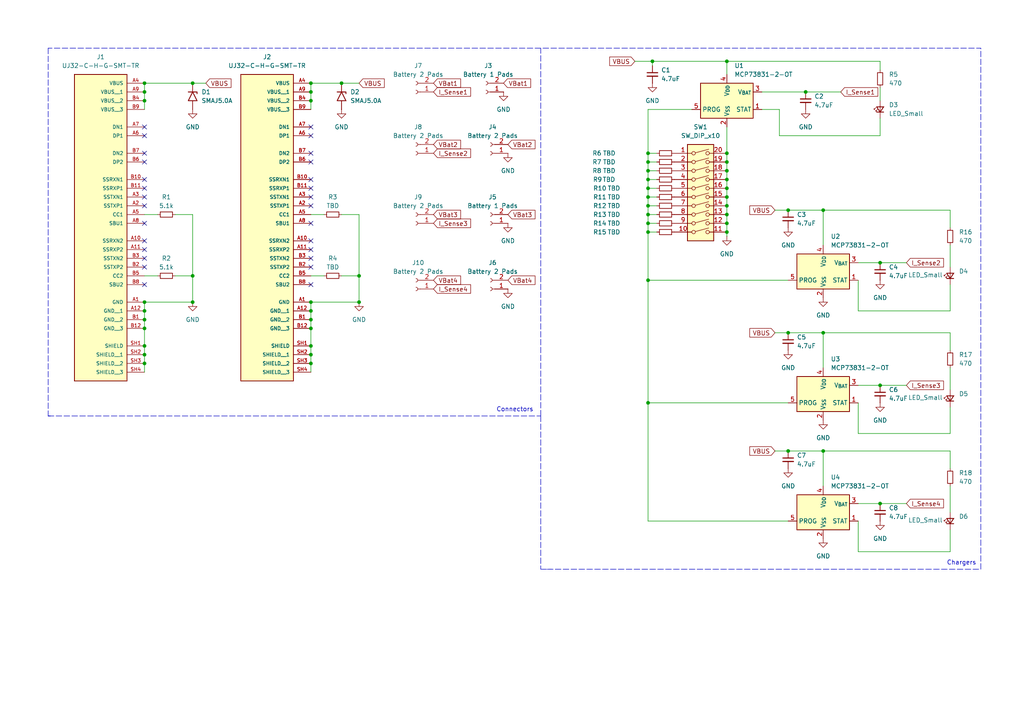
<source format=kicad_sch>
(kicad_sch (version 20231120) (generator "eeschema") (generator_version "8.0")
  (paper "A4")
  (lib_symbols
    (symbol "Battery_Management:MCP73831-2-OT"
      (property "Reference" "U" (at -7.62 6.35 0))
      (property "Value" "MCP73831-2-OT" (at 1.27 6.35 0))
      (symbol "MCP73831-2-OT_0_1"
        (rectangle (start -7.62 5.08) (end 7.62 -5.08) (stroke (width 0.254)) (fill (type background)))
      )
      (symbol "MCP73831-2-OT_1_1"
        (pin tri_state line (at 10.16 -2.54 180) (length 2.54) (name "STAT") (number "1"))
        (pin power_in line (at 0 -7.62 90) (length 2.54) (name "V_{SS}") (number "2"))
        (pin power_out line (at 10.16 2.54 180) (length 2.54) (name "V_{BAT}") (number "3"))
        (pin power_in line (at 0 7.62 270) (length 2.54) (name "V_{DD}") (number "4"))
        (pin input line (at -10.16 -2.54 0) (length 2.54) (name "PROG") (number "5"))
      )
    )
    (symbol "Connector:Conn_01x02_Socket" (pin_names (offset 1.016) hide)
      (property "Reference" "J" (at 0 2.54 0))
      (property "Value" "Conn_01x02_Socket" (at 0 -5.08 0))
      (symbol "Conn_01x02_Socket_1_1"
        (arc (start 0 -2.032) (mid -0.5058 -2.54) (end 0 -3.048) (stroke (width 0.1524)))
        (polyline (pts (xy -1.27 -2.54) (xy -0.508 -2.54)) (stroke (width 0.1524)))
        (polyline (pts (xy -1.27 0) (xy -0.508 0)) (stroke (width 0.1524)))
        (arc (start 0 0.508) (mid -0.5058 0) (end 0 -0.508) (stroke (width 0.1524)))
        (pin passive line (at -5.08 0 0) (length 3.81) (name "Pin_1") (number "1"))
        (pin passive line (at -5.08 -2.54 0) (length 3.81) (name "Pin_2") (number "2"))
      )
    )
    (symbol "Device:C_Small" (pin_numbers hide) (pin_names (offset 0.254) hide)
      (property "Reference" "C" (at 0.254 1.778 0))
      (property "Value" "C_Small" (at 0.254 -2.032 0))
      (symbol "C_Small_0_1"
        (polyline (pts (xy -1.524 -0.508) (xy 1.524 -0.508)) (stroke (width 0.3302)))
        (polyline (pts (xy -1.524 0.508) (xy 1.524 0.508)) (stroke (width 0.3048)))
      )
      (symbol "C_Small_1_1"
        (pin passive line (at 0 2.54 270) (length 2.032) (name "~") (number "1"))
        (pin passive line (at 0 -2.54 90) (length 2.032) (name "~") (number "2"))
      )
    )
    (symbol "Device:LED_Small" (pin_numbers hide) (pin_names (offset 0.254) hide)
      (property "Reference" "D" (at -1.27 3.175 0))
      (property "Value" "LED_Small" (at -4.445 -2.54 0))
      (symbol "LED_Small_0_1"
        (polyline (pts (xy -0.762 -1.016) (xy -0.762 1.016)) (stroke (width 0.254)))
        (polyline (pts (xy 1.016 0) (xy -0.762 0)))
        (polyline (pts (xy 0.762 -1.016) (xy -0.762 0) (xy 0.762 1.016) (xy 0.762 -1.016)) (stroke (width 0.254)))
        (polyline (pts (xy 0 0.762) (xy -0.508 1.27) (xy -0.254 1.27) (xy -0.508 1.27) (xy -0.508 1.016)))
        (polyline (pts (xy 0.508 1.27) (xy 0 1.778) (xy 0.254 1.778) (xy 0 1.778) (xy 0 1.524)))
      )
      (symbol "LED_Small_1_1"
        (pin passive line (at -2.54 0 0) (length 1.778) (name "K") (number "1"))
        (pin passive line (at 2.54 0 180) (length 1.778) (name "A") (number "2"))
      )
    )
    (symbol "Device:R_Small" (pin_numbers hide) (pin_names (offset 0.254) hide)
      (property "Reference" "R" (at 0.762 0.508 0))
      (property "Value" "R_Small" (at 0.762 -1.016 0))
      (symbol "R_Small_0_1"
        (rectangle (start -0.762 1.778) (end 0.762 -1.778) (stroke (width 0.2032)))
      )
      (symbol "R_Small_1_1"
        (pin passive line (at 0 2.54 270) (length 0.762) (name "~") (number "1"))
        (pin passive line (at 0 -2.54 90) (length 0.762) (name "~") (number "2"))
      )
    )
    (symbol "Diode:SMAJ5.0A" (pin_numbers hide) (pin_names (offset 1.016) hide)
      (property "Reference" "D" (at 0 2.54 0))
      (property "Value" "SMAJ5.0A" (at 0 -2.54 0))
      (symbol "SMAJ5.0A_0_1"
        (polyline (pts (xy -0.762 1.27) (xy -1.27 1.27) (xy -1.27 -1.27)) (stroke (width 0.254)))
        (polyline (pts (xy 1.27 1.27) (xy 1.27 -1.27) (xy -1.27 0) (xy 1.27 1.27)) (stroke (width 0.254)))
      )
      (symbol "SMAJ5.0A_1_1"
        (pin passive line (at -3.81 0 0) (length 2.54) (name "A1") (number "1"))
        (pin passive line (at 3.81 0 180) (length 2.54) (name "A2") (number "2"))
      )
    )
    (symbol "Switch:SW_DIP_x10" (pin_names (offset 0) hide)
      (property "Reference" "SW" (at 0 16.51 0))
      (property "Value" "SW_DIP_x10" (at 0 -13.97 0))
      (symbol "SW_DIP_x10_0_0"
        (circle (center -2.032 -10.16) (radius 0.508))
        (circle (center -2.032 -7.62) (radius 0.508))
        (circle (center -2.032 -5.08) (radius 0.508))
        (circle (center -2.032 -2.54) (radius 0.508))
        (circle (center -2.032 0) (radius 0.508))
        (circle (center -2.032 2.54) (radius 0.508))
        (circle (center -2.032 5.08) (radius 0.508))
        (circle (center -2.032 7.62) (radius 0.508))
        (circle (center -2.032 10.16) (radius 0.508))
        (circle (center -2.032 12.7) (radius 0.508))
        (polyline (pts (xy -1.524 -10.0076) (xy 2.3622 -8.9662)))
        (polyline (pts (xy -1.524 -7.4676) (xy 2.3622 -6.4262)))
        (polyline (pts (xy -1.524 -4.9276) (xy 2.3622 -3.8862)))
        (polyline (pts (xy -1.524 -2.3876) (xy 2.3622 -1.3462)))
        (polyline (pts (xy -1.524 0.127) (xy 2.3622 1.1684)))
        (polyline (pts (xy -1.524 2.667) (xy 2.3622 3.7084)))
        (polyline (pts (xy -1.524 5.207) (xy 2.3622 6.2484)))
        (polyline (pts (xy -1.524 7.747) (xy 2.3622 8.7884)))
        (polyline (pts (xy -1.524 10.287) (xy 2.3622 11.3284)))
        (polyline (pts (xy -1.524 12.827) (xy 2.3622 13.8684)))
        (circle (center 2.032 -10.16) (radius 0.508))
        (circle (center 2.032 -7.62) (radius 0.508))
        (circle (center 2.032 -5.08) (radius 0.508))
        (circle (center 2.032 -2.54) (radius 0.508))
        (circle (center 2.032 0) (radius 0.508))
        (circle (center 2.032 2.54) (radius 0.508))
        (circle (center 2.032 5.08) (radius 0.508))
        (circle (center 2.032 7.62) (radius 0.508))
        (circle (center 2.032 10.16) (radius 0.508))
        (circle (center 2.032 12.7) (radius 0.508))
      )
      (symbol "SW_DIP_x10_0_1"
        (rectangle (start -3.81 15.24) (end 3.81 -12.7) (stroke (width 0.254)) (fill (type background)))
      )
      (symbol "SW_DIP_x10_1_1"
        (pin passive line (at -7.62 12.7 0) (length 5.08) (name "~") (number "1"))
        (pin passive line (at -7.62 -10.16 0) (length 5.08) (name "~") (number "10"))
        (pin passive line (at 7.62 -10.16 180) (length 5.08) (name "~") (number "11"))
        (pin passive line (at 7.62 -7.62 180) (length 5.08) (name "~") (number "12"))
        (pin passive line (at 7.62 -5.08 180) (length 5.08) (name "~") (number "13"))
        (pin passive line (at 7.62 -2.54 180) (length 5.08) (name "~") (number "14"))
        (pin passive line (at 7.62 0 180) (length 5.08) (name "~") (number "15"))
        (pin passive line (at 7.62 2.54 180) (length 5.08) (name "~") (number "16"))
        (pin passive line (at 7.62 5.08 180) (length 5.08) (name "~") (number "17"))
        (pin passive line (at 7.62 7.62 180) (length 5.08) (name "~") (number "18"))
        (pin passive line (at 7.62 10.16 180) (length 5.08) (name "~") (number "19"))
        (pin passive line (at -7.62 10.16 0) (length 5.08) (name "~") (number "2"))
        (pin passive line (at 7.62 12.7 180) (length 5.08) (name "~") (number "20"))
        (pin passive line (at -7.62 7.62 0) (length 5.08) (name "~") (number "3"))
        (pin passive line (at -7.62 5.08 0) (length 5.08) (name "~") (number "4"))
        (pin passive line (at -7.62 2.54 0) (length 5.08) (name "~") (number "5"))
        (pin passive line (at -7.62 0 0) (length 5.08) (name "~") (number "6"))
        (pin passive line (at -7.62 -2.54 0) (length 5.08) (name "~") (number "7"))
        (pin passive line (at -7.62 -5.08 0) (length 5.08) (name "~") (number "8"))
        (pin passive line (at -7.62 -7.62 0) (length 5.08) (name "~") (number "9"))
      )
    )
    (symbol "UJ32-C-H-G-SMT-TR:UJ32-C-H-G-SMT-TR" (pin_names (offset 1.016))
      (property "Reference" "J" (at -7.62 33.782 0))
      (property "Value" "UJ32-C-H-G-SMT-TR" (at -7.62 -56.642 0))
      (symbol "UJ32-C-H-G-SMT-TR_0_0"
        (rectangle (start -7.62 -55.88) (end 7.62 33.02) (stroke (width 0.254)) (fill (type background)))
        (pin power_in line (at 12.7 -33.02 180) (length 5.08) (name "GND") (number "A1"))
        (pin bidirectional line (at 12.7 -15.24 180) (length 5.08) (name "SSRXN2") (number "A10"))
        (pin bidirectional line (at 12.7 -17.78 180) (length 5.08) (name "SSRXP2") (number "A11"))
        (pin power_in line (at 12.7 -35.56 180) (length 5.08) (name "GND__1") (number "A12"))
        (pin bidirectional line (at 12.7 -5.08 180) (length 5.08) (name "SSTXP1") (number "A2"))
        (pin bidirectional line (at 12.7 -2.54 180) (length 5.08) (name "SSTXN1") (number "A3"))
        (pin power_in line (at 12.7 30.48 180) (length 5.08) (name "VBUS") (number "A4"))
        (pin bidirectional line (at 12.7 -7.62 180) (length 5.08) (name "CC1") (number "A5"))
        (pin bidirectional line (at 12.7 15.24 180) (length 5.08) (name "DP1") (number "A6"))
        (pin bidirectional line (at 12.7 17.78 180) (length 5.08) (name "DN1") (number "A7"))
        (pin bidirectional line (at 12.7 -10.16 180) (length 5.08) (name "SBU1") (number "A8"))
        (pin power_in line (at 12.7 27.94 180) (length 5.08) (name "VBUS__1") (number "A9"))
        (pin power_in line (at 12.7 -38.1 180) (length 5.08) (name "GND__2") (number "B1"))
        (pin bidirectional line (at 12.7 2.54 180) (length 5.08) (name "SSRXN1") (number "B10"))
        (pin bidirectional line (at 12.7 0 180) (length 5.08) (name "SSRXP1") (number "B11"))
        (pin power_in line (at 12.7 -40.64 180) (length 5.08) (name "GND__3") (number "B12"))
        (pin bidirectional line (at 12.7 -22.86 180) (length 5.08) (name "SSTXP2") (number "B2"))
        (pin bidirectional line (at 12.7 -20.32 180) (length 5.08) (name "SSTXN2") (number "B3"))
        (pin power_in line (at 12.7 25.4 180) (length 5.08) (name "VBUS__2") (number "B4"))
        (pin bidirectional line (at 12.7 -25.4 180) (length 5.08) (name "CC2") (number "B5"))
        (pin bidirectional line (at 12.7 7.62 180) (length 5.08) (name "DP2") (number "B6"))
        (pin bidirectional line (at 12.7 10.16 180) (length 5.08) (name "DN2") (number "B7"))
        (pin bidirectional line (at 12.7 -27.94 180) (length 5.08) (name "SBU2") (number "B8"))
        (pin power_in line (at 12.7 22.86 180) (length 5.08) (name "VBUS__3") (number "B9"))
        (pin passive line (at 12.7 -45.72 180) (length 5.08) (name "SHIELD") (number "SH1"))
        (pin passive line (at 12.7 -48.26 180) (length 5.08) (name "SHIELD__1") (number "SH2"))
        (pin passive line (at 12.7 -50.8 180) (length 5.08) (name "SHIELD__2") (number "SH3"))
        (pin passive line (at 12.7 -53.34 180) (length 5.08) (name "SHIELD__3") (number "SH4"))
      )
    )
    (symbol "power:GND" (power) (pin_numbers hide) (pin_names (offset 0) hide)
      (property "Value" "GND" (at 0 -3.81 0))
      (symbol "GND_0_1"
        (polyline (pts (xy 0 0) (xy 0 -1.27) (xy 1.27 -1.27) (xy 0 -2.54) (xy -1.27 -1.27) (xy 0 -1.27)))
      )
      (symbol "GND_1_1"
        (pin power_in line (at 0 0 270) (length 0) (name "~") (number "1"))
      )
    )
  )
  (junction (at 187.96 49.53))
  (junction (at 90.17 87.63))
  (junction (at 210.82 17.78))
  (junction (at 41.91 92.71))
  (junction (at 90.17 26.67))
  (junction (at 41.91 26.67))
  (junction (at 187.96 46.99))
  (junction (at 187.96 116.84))
  (junction (at 104.14 80.01))
  (junction (at 99.06 24.13))
  (junction (at 210.82 46.99))
  (junction (at 90.17 105.41))
  (junction (at 104.14 87.63))
  (junction (at 41.91 105.41))
  (junction (at 41.91 87.63))
  (junction (at 187.96 44.45))
  (junction (at 210.82 57.15))
  (junction (at 238.76 130.81))
  (junction (at 210.82 54.61))
  (junction (at 55.88 24.13))
  (junction (at 187.96 64.77))
  (junction (at 210.82 67.31))
  (junction (at 90.17 100.33))
  (junction (at 41.91 100.33))
  (junction (at 90.17 24.13))
  (junction (at 187.96 67.31))
  (junction (at 233.68 26.67))
  (junction (at 238.76 60.96))
  (junction (at 228.6 96.52))
  (junction (at 255.27 146.05))
  (junction (at 41.91 24.13))
  (junction (at 55.88 87.63))
  (junction (at 187.96 81.28))
  (junction (at 228.6 130.81))
  (junction (at 210.82 44.45))
  (junction (at 255.27 76.2))
  (junction (at 90.17 95.25))
  (junction (at 210.82 62.23))
  (junction (at 55.88 80.01))
  (junction (at 41.91 29.21))
  (junction (at 189.23 17.78))
  (junction (at 41.91 102.87))
  (junction (at 90.17 92.71))
  (junction (at 41.91 90.17))
  (junction (at 210.82 64.77))
  (junction (at 90.17 29.21))
  (junction (at 210.82 52.07))
  (junction (at 90.17 90.17))
  (junction (at 187.96 59.69))
  (junction (at 238.76 96.52))
  (junction (at 187.96 52.07))
  (junction (at 255.27 111.76))
  (junction (at 210.82 49.53))
  (junction (at 187.96 62.23))
  (junction (at 187.96 57.15))
  (junction (at 41.91 95.25))
  (junction (at 90.17 102.87))
  (junction (at 210.82 59.69))
  (junction (at 228.6 60.96))
  (junction (at 187.96 54.61))
  (no_connect (at 41.91 74.93))
  (no_connect (at 41.91 52.07))
  (no_connect (at 41.91 64.77))
  (no_connect (at 90.17 74.93))
  (no_connect (at 90.17 46.99))
  (no_connect (at 90.17 44.45))
  (no_connect (at 41.91 77.47))
  (no_connect (at 90.17 54.61))
  (no_connect (at 90.17 64.77))
  (no_connect (at 90.17 36.83))
  (no_connect (at 41.91 44.45))
  (no_connect (at 90.17 82.55))
  (no_connect (at 90.17 69.85))
  (no_connect (at 90.17 77.47))
  (no_connect (at 41.91 36.83))
  (no_connect (at 41.91 46.99))
  (no_connect (at 41.91 59.69))
  (no_connect (at 41.91 54.61))
  (no_connect (at 90.17 59.69))
  (no_connect (at 90.17 72.39))
  (no_connect (at 41.91 69.85))
  (no_connect (at 90.17 52.07))
  (no_connect (at 90.17 57.15))
  (no_connect (at 41.91 39.37))
  (no_connect (at 41.91 72.39))
  (no_connect (at 90.17 39.37))
  (no_connect (at 41.91 57.15))
  (no_connect (at 41.91 82.55))
  (wire (pts (xy 187.96 46.99) (xy 190.5 46.99)))
  (wire (pts (xy 228.6 130.81) (xy 238.76 130.81)))
  (wire (pts (xy 233.68 26.67) (xy 243.84 26.67)))
  (wire (pts (xy 90.17 90.17) (xy 90.17 92.71)))
  (polyline (pts (xy 13.97 13.97) (xy 13.97 120.65)) (stroke (width 0) (type dash)))
  (wire (pts (xy 210.82 62.23) (xy 210.82 64.77)))
  (wire (pts (xy 187.96 49.53) (xy 190.5 49.53)))
  (wire (pts (xy 255.27 76.2) (xy 262.89 76.2)))
  (wire (pts (xy 228.6 96.52) (xy 238.76 96.52)))
  (wire (pts (xy 220.98 26.67) (xy 233.68 26.67)))
  (wire (pts (xy 90.17 87.63) (xy 90.17 90.17)))
  (wire (pts (xy 41.91 100.33) (xy 41.91 102.87)))
  (wire (pts (xy 224.79 130.81) (xy 228.6 130.81)))
  (wire (pts (xy 228.6 60.96) (xy 238.76 60.96)))
  (wire (pts (xy 41.91 24.13) (xy 55.88 24.13)))
  (wire (pts (xy 41.91 26.67) (xy 41.91 29.21)))
  (wire (pts (xy 226.06 39.37) (xy 255.27 39.37)))
  (wire (pts (xy 248.92 146.05) (xy 255.27 146.05)))
  (wire (pts (xy 220.98 31.75) (xy 226.06 31.75)))
  (wire (pts (xy 41.91 105.41) (xy 41.91 107.95)))
  (wire (pts (xy 104.14 80.01) (xy 99.06 80.01)))
  (wire (pts (xy 90.17 102.87) (xy 90.17 105.41)))
  (wire (pts (xy 55.88 24.13) (xy 59.69 24.13)))
  (wire (pts (xy 187.96 46.99) (xy 187.96 49.53)))
  (wire (pts (xy 275.59 135.89) (xy 275.59 130.81)))
  (wire (pts (xy 55.88 80.01) (xy 55.88 87.63)))
  (wire (pts (xy 187.96 57.15) (xy 187.96 59.69)))
  (wire (pts (xy 55.88 62.23) (xy 55.88 80.01)))
  (wire (pts (xy 187.96 116.84) (xy 187.96 81.28)))
  (wire (pts (xy 90.17 87.63) (xy 104.14 87.63)))
  (wire (pts (xy 187.96 31.75) (xy 200.66 31.75)))
  (wire (pts (xy 238.76 140.97) (xy 238.76 130.81)))
  (wire (pts (xy 238.76 106.68) (xy 238.76 96.52)))
  (wire (pts (xy 228.6 151.13) (xy 187.96 151.13)))
  (wire (pts (xy 187.96 151.13) (xy 187.96 116.84)))
  (wire (pts (xy 275.59 60.96) (xy 238.76 60.96)))
  (wire (pts (xy 275.59 82.55) (xy 275.59 90.17)))
  (wire (pts (xy 99.06 62.23) (xy 104.14 62.23)))
  (polyline (pts (xy 13.97 120.65) (xy 156.845 120.65)) (stroke (width 0) (type dash)))
  (wire (pts (xy 255.27 111.76) (xy 262.89 111.76)))
  (wire (pts (xy 228.6 116.84) (xy 187.96 116.84)))
  (wire (pts (xy 248.92 125.73) (xy 275.59 125.73)))
  (wire (pts (xy 228.6 81.28) (xy 187.96 81.28)))
  (wire (pts (xy 210.82 49.53) (xy 210.82 52.07)))
  (polyline (pts (xy 156.845 120.65) (xy 156.845 13.97)) (stroke (width 0) (type dash)))
  (wire (pts (xy 189.23 17.78) (xy 189.23 19.05)))
  (wire (pts (xy 248.92 116.84) (xy 248.92 125.73)))
  (wire (pts (xy 187.96 64.77) (xy 187.96 67.31)))
  (wire (pts (xy 90.17 29.21) (xy 90.17 31.75)))
  (wire (pts (xy 210.82 17.78) (xy 210.82 21.59)))
  (wire (pts (xy 41.91 90.17) (xy 41.91 92.71)))
  (wire (pts (xy 255.27 17.78) (xy 210.82 17.78)))
  (wire (pts (xy 187.96 31.75) (xy 187.96 44.45)))
  (polyline (pts (xy 157.48 13.97) (xy 284.48 13.97)) (stroke (width 0) (type dash)))
  (wire (pts (xy 226.06 31.75) (xy 226.06 39.37)))
  (wire (pts (xy 275.59 71.12) (xy 275.59 77.47)))
  (wire (pts (xy 187.96 64.77) (xy 190.5 64.77)))
  (wire (pts (xy 90.17 105.41) (xy 90.17 107.95)))
  (polyline (pts (xy 156.845 13.97) (xy 13.97 13.97)) (stroke (width 0) (type dash)))
  (wire (pts (xy 41.91 29.21) (xy 41.91 31.75)))
  (wire (pts (xy 90.17 100.33) (xy 90.17 102.87)))
  (wire (pts (xy 41.91 24.13) (xy 41.91 26.67)))
  (wire (pts (xy 90.17 95.25) (xy 90.17 100.33)))
  (wire (pts (xy 210.82 54.61) (xy 210.82 57.15)))
  (wire (pts (xy 90.17 26.67) (xy 90.17 29.21)))
  (wire (pts (xy 187.96 52.07) (xy 187.96 54.61)))
  (wire (pts (xy 90.17 24.13) (xy 99.06 24.13)))
  (wire (pts (xy 41.91 95.25) (xy 41.91 100.33)))
  (polyline (pts (xy 158.75 165.1) (xy 283.845 165.1)) (stroke (width 0) (type dash)))
  (wire (pts (xy 210.82 46.99) (xy 210.82 49.53)))
  (wire (pts (xy 248.92 111.76) (xy 255.27 111.76)))
  (wire (pts (xy 275.59 140.97) (xy 275.59 148.59)))
  (wire (pts (xy 104.14 87.63) (xy 104.14 80.01)))
  (wire (pts (xy 210.82 52.07) (xy 210.82 54.61)))
  (wire (pts (xy 104.14 62.23) (xy 104.14 80.01)))
  (wire (pts (xy 275.59 153.67) (xy 275.59 160.02)))
  (wire (pts (xy 187.96 59.69) (xy 187.96 62.23)))
  (wire (pts (xy 275.59 96.52) (xy 238.76 96.52)))
  (wire (pts (xy 255.27 20.32) (xy 255.27 17.78)))
  (wire (pts (xy 210.82 57.15) (xy 210.82 59.69)))
  (polyline (pts (xy 156.845 120.65) (xy 156.845 165.1)) (stroke (width 0) (type dash)))
  (wire (pts (xy 210.82 64.77) (xy 210.82 67.31)))
  (wire (pts (xy 210.82 44.45) (xy 210.82 46.99)))
  (wire (pts (xy 41.91 92.71) (xy 41.91 95.25)))
  (wire (pts (xy 41.91 62.23) (xy 45.72 62.23)))
  (wire (pts (xy 238.76 71.12) (xy 238.76 60.96)))
  (wire (pts (xy 187.96 44.45) (xy 187.96 46.99)))
  (wire (pts (xy 50.8 80.01) (xy 55.88 80.01)))
  (polyline (pts (xy 13.97 120.65) (xy 14.605 120.65)))
  (wire (pts (xy 210.82 36.83) (xy 210.82 44.45)))
  (wire (pts (xy 187.96 44.45) (xy 190.5 44.45)))
  (wire (pts (xy 248.92 151.13) (xy 248.92 160.02)))
  (wire (pts (xy 275.59 130.81) (xy 238.76 130.81)))
  (wire (pts (xy 50.8 62.23) (xy 55.88 62.23)))
  (wire (pts (xy 41.91 80.01) (xy 45.72 80.01)))
  (wire (pts (xy 187.96 67.31) (xy 190.5 67.31)))
  (polyline (pts (xy 156.845 165.1) (xy 160.02 165.1)) (stroke (width 0) (type dash)))
  (wire (pts (xy 275.59 66.04) (xy 275.59 60.96)))
  (wire (pts (xy 248.92 76.2) (xy 255.27 76.2)))
  (wire (pts (xy 187.96 81.28) (xy 187.96 67.31)))
  (wire (pts (xy 275.59 118.11) (xy 275.59 125.73)))
  (wire (pts (xy 90.17 80.01) (xy 93.98 80.01)))
  (wire (pts (xy 189.23 17.78) (xy 210.82 17.78)))
  (wire (pts (xy 187.96 57.15) (xy 190.5 57.15)))
  (wire (pts (xy 90.17 62.23) (xy 93.98 62.23)))
  (wire (pts (xy 187.96 62.23) (xy 187.96 64.77)))
  (wire (pts (xy 255.27 39.37) (xy 255.27 34.29)))
  (wire (pts (xy 224.79 60.96) (xy 228.6 60.96)))
  (wire (pts (xy 210.82 67.31) (xy 210.82 68.58)))
  (wire (pts (xy 90.17 92.71) (xy 90.17 95.25)))
  (wire (pts (xy 41.91 87.63) (xy 55.88 87.63)))
  (wire (pts (xy 275.59 101.6) (xy 275.59 96.52)))
  (wire (pts (xy 187.96 59.69) (xy 190.5 59.69)))
  (wire (pts (xy 99.06 24.13) (xy 104.14 24.13)))
  (wire (pts (xy 41.91 87.63) (xy 41.91 90.17)))
  (wire (pts (xy 187.96 49.53) (xy 187.96 52.07)))
  (wire (pts (xy 90.17 24.13) (xy 90.17 26.67)))
  (wire (pts (xy 255.27 146.05) (xy 262.89 146.05)))
  (wire (pts (xy 210.82 59.69) (xy 210.82 62.23)))
  (wire (pts (xy 275.59 106.68) (xy 275.59 113.03)))
  (wire (pts (xy 187.96 54.61) (xy 190.5 54.61)))
  (wire (pts (xy 248.92 81.28) (xy 248.92 90.17)))
  (polyline (pts (xy 284.48 165.1) (xy 284.48 13.97)) (stroke (width 0) (type dash)))
  (wire (pts (xy 41.91 102.87) (xy 41.91 105.41)))
  (wire (pts (xy 187.96 54.61) (xy 187.96 57.15)))
  (wire (pts (xy 187.96 62.23) (xy 190.5 62.23)))
  (wire (pts (xy 187.96 52.07) (xy 190.5 52.07)))
  (wire (pts (xy 248.92 160.02) (xy 275.59 160.02)))
  (wire (pts (xy 255.27 25.4) (xy 255.27 29.21)))
  (wire (pts (xy 248.92 90.17) (xy 275.59 90.17)))
  (wire (pts (xy 224.79 96.52) (xy 228.6 96.52)))
  (wire (pts (xy 184.15 17.78) (xy 189.23 17.78)))
  (text "Chargers\n" (at 278.892 163.322 0) (effects (font (size 1.27 1.27))))
  (text "Connectors\n" (at 149.352 118.872 0) (effects (font (size 1.27 1.27))))
  (global_label "I_Sense2" (shape input) (at 125.73 44.45 0) (property "Intersheetrefs" "${INTERSHEET_REFS}" (effects (hide yes))))
  (global_label "VBUS" (shape input) (at 104.14 24.13 0) (property "Intersheetrefs" "${INTERSHEET_REFS}" (effects (hide yes))))
  (global_label "VBUS" (shape input) (at 59.69 24.13 0) (property "Intersheetrefs" "${INTERSHEET_REFS}" (effects (hide yes))))
  (global_label "I_Sense3" (shape input) (at 262.89 111.76 0) (property "Intersheetrefs" "${INTERSHEET_REFS}" (effects (hide yes))))
  (global_label "I_Sense4" (shape input) (at 125.73 83.82 0) (property "Intersheetrefs" "${INTERSHEET_REFS}" (effects (hide yes))))
  (global_label "VBat1" (shape input) (at 146.05 24.13 0) (property "Intersheetrefs" "${INTERSHEET_REFS}" (effects (hide yes))))
  (global_label "I_Sense1" (shape input) (at 125.73 26.67 0) (property "Intersheetrefs" "${INTERSHEET_REFS}" (effects (hide yes))))
  (global_label "VBat4" (shape input) (at 147.32 81.28 0) (property "Intersheetrefs" "${INTERSHEET_REFS}" (effects (hide yes))))
  (global_label "VBUS" (shape input) (at 224.79 96.52 180) (property "Intersheetrefs" "${INTERSHEET_REFS}" (effects (hide yes))))
  (global_label "VBat3" (shape input) (at 125.73 62.23 0) (property "Intersheetrefs" "${INTERSHEET_REFS}" (effects (hide yes))))
  (global_label "I_Sense3" (shape input) (at 125.73 64.77 0) (property "Intersheetrefs" "${INTERSHEET_REFS}" (effects (hide yes))))
  (global_label "VBat4" (shape input) (at 125.73 81.28 0) (property "Intersheetrefs" "${INTERSHEET_REFS}" (effects (hide yes))))
  (global_label "VBUS" (shape input) (at 224.79 130.81 180) (property "Intersheetrefs" "${INTERSHEET_REFS}" (effects (hide yes))))
  (global_label "VBat1" (shape input) (at 125.73 24.13 0) (property "Intersheetrefs" "${INTERSHEET_REFS}" (effects (hide yes))))
  (global_label "I_Sense1" (shape input) (at 243.84 26.67 0) (property "Intersheetrefs" "${INTERSHEET_REFS}" (effects (hide yes))))
  (global_label "I_Sense4" (shape input) (at 262.89 146.05 0) (property "Intersheetrefs" "${INTERSHEET_REFS}" (effects (hide yes))))
  (global_label "I_Sense2" (shape input) (at 262.89 76.2 0) (property "Intersheetrefs" "${INTERSHEET_REFS}" (effects (hide yes))))
  (global_label "VBat3" (shape input) (at 147.32 62.23 0) (property "Intersheetrefs" "${INTERSHEET_REFS}" (effects (hide yes))))
  (global_label "VBUS" (shape input) (at 224.79 60.96 180) (property "Intersheetrefs" "${INTERSHEET_REFS}" (effects (hide yes))))
  (global_label "VBat2" (shape input) (at 147.32 41.91 0) (property "Intersheetrefs" "${INTERSHEET_REFS}" (effects (hide yes))))
  (global_label "VBat2" (shape input) (at 125.73 41.91 0) (property "Intersheetrefs" "${INTERSHEET_REFS}" (effects (hide yes))))
  (global_label "VBUS" (shape input) (at 184.15 17.78 180) (property "Intersheetrefs" "${INTERSHEET_REFS}" (effects (hide yes))))
  (symbol (lib_id "power:GND") (at 228.6 66.04 0) (unit 1)
    (property "Reference" "#PWR010" (effects (hide yes)))
    (property "Value" "GND" (at 228.6 71.12 0))
    (property "Description" "Power symbol creates a global label with name \"GND\" , ground" (effects (hide yes)))
  )
  (symbol (lib_id "Device:R_Small") (at 193.04 44.45 270) (unit 1)
    (property "Reference" "R6" (at 174.498 44.45 90) (effects (justify right)))
    (property "Value" "TBD" (at 178.562 44.45 90) (effects (justify right)))
    (property "Footprint" "Resistor_SMD:R_0402_1005Metric" (effects (hide yes)))
    (property "Description" "Resistor, small symbol" (effects (hide yes)))
  )
  (symbol (lib_id "power:GND") (at 255.27 81.28 0) (unit 1)
    (property "Reference" "#PWR012" (effects (hide yes)))
    (property "Value" "GND" (at 255.27 86.36 0))
    (property "Description" "Power symbol creates a global label with name \"GND\" , ground" (effects (hide yes)))
  )
  (symbol (lib_id "Device:R_Small") (at 275.59 138.43 180) (unit 1)
    (property "Reference" "R18" (at 278.13 137.1599 0) (effects (justify right)))
    (property "Value" "470" (at 278.13 139.6999 0) (effects (justify right)))
    (property "Footprint" "Resistor_SMD:R_0402_1005Metric" (effects (hide yes)))
    (property "Description" "Resistor, small symbol" (effects (hide yes)))
  )
  (symbol (lib_id "Device:R_Small") (at 193.04 57.15 270) (unit 1)
    (property "Reference" "R11" (at 173.99 57.15 90))
    (property "Value" "TBD" (at 178.054 57.15 90))
    (property "Footprint" "Resistor_SMD:R_0402_1005Metric" (effects (hide yes)))
    (property "Description" "Resistor, small symbol" (effects (hide yes)))
  )
  (symbol (lib_id "UJ32-C-H-G-SMT-TR:UJ32-C-H-G-SMT-TR") (at 77.47 54.61 0) (unit 1)
    (property "Reference" "J2" (at 77.47 16.51 0))
    (property "Value" "UJ32-C-H-G-SMT-TR" (at 77.47 19.05 0))
    (property "Footprint" "Footprints:CUI_UJ32-C-H-G-SMT-TR" (effects (hide yes)))
    (property "PARTREV" "1.01" (effects (hide yes)))
    (property "STANDARD" "Manufacturer Recommendations" (effects (hide yes)))
    (property "SNAPEDA_PN" "UJ32-C-H-G-SMT-TR" (effects (hide yes)))
    (property "MAXIMUM_PACKAGE_HEIGHT" "3.71mm" (effects (hide yes)))
    (property "MANUFACTURER" "CUI Devices" (effects (hide yes)))
  )
  (symbol (lib_id "power:GND") (at 233.68 31.75 0) (unit 1)
    (property "Reference" "#PWR06" (effects (hide yes)))
    (property "Value" "GND" (at 233.68 36.83 0))
    (property "Description" "Power symbol creates a global label with name \"GND\" , ground" (effects (hide yes)))
  )
  (symbol (lib_id "Device:R_Small") (at 193.04 59.69 270) (unit 1)
    (property "Reference" "R12" (at 173.99 59.69 90))
    (property "Value" "TBD" (at 178.054 59.69 90))
    (property "Footprint" "Resistor_SMD:R_0402_1005Metric" (effects (hide yes)))
    (property "Description" "Resistor, small symbol" (effects (hide yes)))
  )
  (symbol (lib_id "Device:R_Small") (at 275.59 104.14 180) (unit 1)
    (property "Reference" "R17" (at 278.13 102.8699 0) (effects (justify right)))
    (property "Value" "470" (at 278.13 105.4099 0) (effects (justify right)))
    (property "Footprint" "Resistor_SMD:R_0402_1005Metric" (effects (hide yes)))
    (property "Description" "Resistor, small symbol" (effects (hide yes)))
  )
  (symbol (lib_id "Switch:SW_DIP_x10") (at 203.2 57.15 0) (unit 1)
    (property "Reference" "SW1" (at 203.2 36.83 0))
    (property "Value" "SW_DIP_x10" (at 203.2 39.37 0))
    (property "Footprint" "Button_Switch_SMD:SW_DIP_SPSTx10_Slide_6.7x26.96mm_W6.73mm_P2.54mm_LowProfile_JPin" (effects (hide yes)))
    (property "Description" "10x DIP Switch, Single Pole Single Throw (SPST) switch, small symbol" (effects (hide yes)))
  )
  (symbol (lib_id "Device:LED_Small") (at 275.59 115.57 90) (unit 1)
    (property "Reference" "D5" (at 278.13 114.2364 90) (effects (justify right)))
    (property "Value" "LED_Small" (at 263.398 115.316 90) (effects (justify right)))
    (property "Footprint" "LED_SMD:LED_0402_1005Metric" (effects (hide yes)))
    (property "Description" "Light emitting diode, small symbol" (effects (hide yes)))
  )
  (symbol (lib_id "Device:R_Small") (at 193.04 67.31 270) (unit 1)
    (property "Reference" "R15" (at 173.99 67.31 90))
    (property "Value" "TBD" (at 178.054 67.31 90))
    (property "Footprint" "Resistor_SMD:R_0402_1005Metric" (effects (hide yes)))
    (property "Description" "Resistor, small symbol" (effects (hide yes)))
  )
  (symbol (lib_id "Connector:Conn_01x02_Socket") (at 120.65 44.45 180) (unit 1)
    (property "Reference" "J8" (at 121.285 36.83 0))
    (property "Value" "Battery 2 Pads" (at 121.285 39.37 0))
    (property "Footprint" "Connector_PinHeader_2.54mm:PinHeader_1x02_P2.54mm_Vertical" (effects (hide yes)))
    (property "Description" "Generic connector, single row, 01x02, script generated" (effects (hide yes)))
  )
  (symbol (lib_id "power:GND") (at 228.6 135.89 0) (unit 1)
    (property "Reference" "#PWR016" (effects (hide yes)))
    (property "Value" "GND" (at 228.6 140.97 0))
    (property "Description" "Power symbol creates a global label with name \"GND\" , ground" (effects (hide yes)))
  )
  (symbol (lib_id "power:GND") (at 210.82 68.58 0) (unit 1)
    (property "Reference" "#PWR07" (effects (hide yes)))
    (property "Value" "GND" (at 210.82 73.66 0))
    (property "Description" "Power symbol creates a global label with name \"GND\" , ground" (effects (hide yes)))
  )
  (symbol (lib_id "Device:R_Small") (at 275.59 68.58 180) (unit 1)
    (property "Reference" "R16" (at 278.13 67.3099 0) (effects (justify right)))
    (property "Value" "470" (at 278.13 69.8499 0) (effects (justify right)))
    (property "Footprint" "Resistor_SMD:R_0402_1005Metric" (effects (hide yes)))
    (property "Description" "Resistor, small symbol" (effects (hide yes)))
  )
  (symbol (lib_id "Device:R_Small") (at 193.04 52.07 270) (unit 1)
    (property "Reference" "R9" (at 171.958 52.07 90) (effects (justify left)))
    (property "Value" "TBD" (at 174.752 52.07 90) (effects (justify left)))
    (property "Footprint" "Resistor_SMD:R_0402_1005Metric" (effects (hide yes)))
    (property "Description" "Resistor, small symbol" (effects (hide yes)))
  )
  (symbol (lib_id "Device:C_Small") (at 228.6 133.35 0) (unit 1)
    (property "Reference" "C7" (at 231.14 132.0862 0) (effects (justify left)))
    (property "Value" "4.7uF" (at 231.14 134.6262 0) (effects (justify left)))
    (property "Footprint" "Capacitor_SMD:C_0402_1005Metric" (effects (hide yes)))
    (property "Description" "Unpolarized capacitor, small symbol" (effects (hide yes)))
  )
  (symbol (lib_id "UJ32-C-H-G-SMT-TR:UJ32-C-H-G-SMT-TR") (at 29.21 54.61 0) (unit 1)
    (property "Reference" "J1" (at 29.21 16.51 0))
    (property "Value" "UJ32-C-H-G-SMT-TR" (at 29.21 19.05 0))
    (property "Footprint" "Footprints:CUI_UJ32-C-H-G-SMT-TR" (effects (hide yes)))
    (property "PARTREV" "1.01" (effects (hide yes)))
    (property "STANDARD" "Manufacturer Recommendations" (effects (hide yes)))
    (property "SNAPEDA_PN" "UJ32-C-H-G-SMT-TR" (effects (hide yes)))
    (property "MAXIMUM_PACKAGE_HEIGHT" "3.71mm" (effects (hide yes)))
    (property "MANUFACTURER" "CUI Devices" (effects (hide yes)))
  )
  (symbol (lib_id "Device:C_Small") (at 255.27 114.3 0) (unit 1)
    (property "Reference" "C6" (at 257.81 113.0362 0) (effects (justify left)))
    (property "Value" "4.7uF" (at 257.81 115.5762 0) (effects (justify left)))
    (property "Footprint" "Capacitor_SMD:C_0402_1005Metric" (effects (hide yes)))
    (property "Description" "Unpolarized capacitor, small symbol" (effects (hide yes)))
  )
  (symbol (lib_id "power:GND") (at 99.06 31.75 0) (unit 1)
    (property "Reference" "#PWR03" (effects (hide yes)))
    (property "Value" "GND" (at 99.06 36.83 0))
    (property "Description" "Power symbol creates a global label with name \"GND\" , ground" (effects (hide yes)))
  )
  (symbol (lib_id "power:GND") (at 146.05 26.67 0) (unit 1)
    (property "Reference" "#PWR08" (effects (hide yes)))
    (property "Value" "GND" (at 146.05 31.75 0))
    (property "Description" "Power symbol creates a global label with name \"GND\" , ground" (effects (hide yes)))
  )
  (symbol (lib_id "power:GND") (at 189.23 24.13 0) (unit 1)
    (property "Reference" "#PWR05" (effects (hide yes)))
    (property "Value" "GND" (at 189.23 29.21 0))
    (property "Description" "Power symbol creates a global label with name \"GND\" , ground" (effects (hide yes)))
  )
  (symbol (lib_id "power:GND") (at 104.14 87.63 0) (unit 1)
    (property "Reference" "#PWR04" (effects (hide yes)))
    (property "Value" "GND" (at 104.14 92.71 0))
    (property "Description" "Power symbol creates a global label with name \"GND\" , ground" (effects (hide yes)))
  )
  (symbol (lib_id "power:GND") (at 147.32 64.77 0) (unit 1)
    (property "Reference" "#PWR019" (effects (hide yes)))
    (property "Value" "GND" (at 147.32 69.85 0))
    (property "Description" "Power symbol creates a global label with name \"GND\" , ground" (effects (hide yes)))
  )
  (symbol (lib_id "power:GND") (at 55.88 87.63 0) (unit 1)
    (property "Reference" "#PWR02" (effects (hide yes)))
    (property "Value" "GND" (at 55.88 92.71 0))
    (property "Description" "Power symbol creates a global label with name \"GND\" , ground" (effects (hide yes)))
  )
  (symbol (lib_id "Battery_Management:MCP73831-2-OT") (at 238.76 114.3 0) (unit 1)
    (property "Reference" "U3" (at 240.9541 104.14 0) (effects (justify left)))
    (property "Value" "MCP73831-2-OT" (at 240.9541 106.68 0) (effects (justify left)))
    (property "Footprint" "Package_TO_SOT_SMD:SOT-23-5" (effects (hide yes)))
    (property "Datasheet" "http://ww1.microchip.com/downloads/en/DeviceDoc/20001984g.pdf" (effects (hide yes)))
    (property "Description" "Single cell, Li-Ion/Li-Po charge management controller, 4.20V, Tri-State Status Output, in SOT23-5 package" (effects (hide yes)))
  )
  (symbol (lib_id "Device:R_Small") (at 193.04 54.61 270) (unit 1)
    (property "Reference" "R10" (at 173.99 54.61 90))
    (property "Value" "TBD" (at 178.054 54.61 90))
    (property "Footprint" "Resistor_SMD:R_0402_1005Metric" (effects (hide yes)))
    (property "Description" "Resistor, small symbol" (effects (hide yes)))
  )
  (symbol (lib_id "Device:R_Small") (at 193.04 49.53 270) (unit 1)
    (property "Reference" "R8" (at 174.498 49.53 90) (effects (justify right)))
    (property "Value" "TBD" (at 178.562 49.53 90) (effects (justify right)))
    (property "Footprint" "Resistor_SMD:R_0402_1005Metric" (effects (hide yes)))
    (property "Description" "Resistor, small symbol" (effects (hide yes)))
  )
  (symbol (lib_id "Device:C_Small") (at 228.6 63.5 0) (unit 1)
    (property "Reference" "C3" (at 231.14 62.2362 0) (effects (justify left)))
    (property "Value" "4.7uF" (at 231.14 64.7762 0) (effects (justify left)))
    (property "Footprint" "Capacitor_SMD:C_0402_1005Metric" (effects (hide yes)))
    (property "Description" "Unpolarized capacitor, small symbol" (effects (hide yes)))
  )
  (symbol (lib_id "Battery_Management:MCP73831-2-OT") (at 238.76 78.74 0) (unit 1)
    (property "Reference" "U2" (at 240.9541 68.58 0) (effects (justify left)))
    (property "Value" "MCP73831-2-OT" (at 240.9541 71.12 0) (effects (justify left)))
    (property "Footprint" "Package_TO_SOT_SMD:SOT-23-5" (effects (hide yes)))
    (property "Datasheet" "http://ww1.microchip.com/downloads/en/DeviceDoc/20001984g.pdf" (effects (hide yes)))
    (property "Description" "Single cell, Li-Ion/Li-Po charge management controller, 4.20V, Tri-State Status Output, in SOT23-5 package" (effects (hide yes)))
  )
  (symbol (lib_id "Device:LED_Small") (at 275.59 80.01 90) (unit 1)
    (property "Reference" "D4" (at 278.13 78.6764 90) (effects (justify right)))
    (property "Value" "LED_Small" (at 263.398 79.756 90) (effects (justify right)))
    (property "Footprint" "LED_SMD:LED_0402_1005Metric" (effects (hide yes)))
    (property "Description" "Light emitting diode, small symbol" (effects (hide yes)))
  )
  (symbol (lib_id "Device:R_Small") (at 48.26 62.23 90) (unit 1)
    (property "Reference" "R1" (at 48.26 57.15 90))
    (property "Value" "5.1k" (at 48.26 59.69 90))
    (property "Footprint" "Resistor_SMD:R_0402_1005Metric" (effects (hide yes)))
    (property "Description" "Resistor, small symbol" (effects (hide yes)))
  )
  (symbol (lib_id "Battery_Management:MCP73831-2-OT") (at 210.82 29.21 0) (unit 1)
    (property "Reference" "U1" (at 213.0141 19.05 0) (effects (justify left)))
    (property "Value" "MCP73831-2-OT" (at 213.0141 21.59 0) (effects (justify left)))
    (property "Footprint" "Package_TO_SOT_SMD:SOT-23-5" (effects (hide yes)))
    (property "Datasheet" "http://ww1.microchip.com/downloads/en/DeviceDoc/20001984g.pdf" (effects (hide yes)))
    (property "Description" "Single cell, Li-Ion/Li-Po charge management controller, 4.20V, Tri-State Status Output, in SOT23-5 package" (effects (hide yes)))
  )
  (symbol (lib_id "Connector:Conn_01x02_Socket") (at 142.24 64.77 180) (unit 1)
    (property "Reference" "J5" (at 142.875 57.15 0))
    (property "Value" "Battery 1 Pads" (at 142.875 59.69 0))
    (property "Footprint" "Connector_PinHeader_2.54mm:PinHeader_1x02_P2.54mm_Vertical" (effects (hide yes)))
    (property "Description" "Generic connector, single row, 01x02, script generated" (effects (hide yes)))
  )
  (symbol (lib_id "Connector:Conn_01x02_Socket") (at 142.24 44.45 180) (unit 1)
    (property "Reference" "J4" (at 142.875 36.83 0))
    (property "Value" "Battery 2 Pads" (at 142.875 39.37 0))
    (property "Footprint" "Connector_PinHeader_2.54mm:PinHeader_1x02_P2.54mm_Vertical" (effects (hide yes)))
    (property "Description" "Generic connector, single row, 01x02, script generated" (effects (hide yes)))
  )
  (symbol (lib_id "Connector:Conn_01x02_Socket") (at 140.97 26.67 180) (unit 1)
    (property "Reference" "J3" (at 141.605 19.05 0))
    (property "Value" "Battery 1 Pads" (at 141.605 21.59 0))
    (property "Footprint" "Connector_PinHeader_2.54mm:PinHeader_1x02_P2.54mm_Vertical" (effects (hide yes)))
    (property "Description" "Generic connector, single row, 01x02, script generated" (effects (hide yes)))
  )
  (symbol (lib_id "Device:R_Small") (at 193.04 62.23 270) (unit 1)
    (property "Reference" "R13" (at 173.99 62.23 90))
    (property "Value" "TBD" (at 178.054 62.23 90))
    (property "Footprint" "Resistor_SMD:R_0402_1005Metric" (effects (hide yes)))
    (property "Description" "Resistor, small symbol" (effects (hide yes)))
  )
  (symbol (lib_id "power:GND") (at 228.6 101.6 0) (unit 1)
    (property "Reference" "#PWR013" (effects (hide yes)))
    (property "Value" "GND" (at 228.6 106.68 0))
    (property "Description" "Power symbol creates a global label with name \"GND\" , ground" (effects (hide yes)))
  )
  (symbol (lib_id "Battery_Management:MCP73831-2-OT") (at 238.76 148.59 0) (unit 1)
    (property "Reference" "U4" (at 240.9541 138.43 0) (effects (justify left)))
    (property "Value" "MCP73831-2-OT" (at 240.9541 140.97 0) (effects (justify left)))
    (property "Footprint" "Package_TO_SOT_SMD:SOT-23-5" (effects (hide yes)))
    (property "Datasheet" "http://ww1.microchip.com/downloads/en/DeviceDoc/20001984g.pdf" (effects (hide yes)))
    (property "Description" "Single cell, Li-Ion/Li-Po charge management controller, 4.20V, Tri-State Status Output, in SOT23-5 package" (effects (hide yes)))
  )
  (symbol (lib_id "power:GND") (at 238.76 121.92 0) (unit 1)
    (property "Reference" "#PWR014" (effects (hide yes)))
    (property "Value" "GND" (at 238.76 127 0))
    (property "Description" "Power symbol creates a global label with name \"GND\" , ground" (effects (hide yes)))
  )
  (symbol (lib_id "power:GND") (at 147.32 44.45 0) (unit 1)
    (property "Reference" "#PWR09" (effects (hide yes)))
    (property "Value" "GND" (at 147.32 49.53 0))
    (property "Description" "Power symbol creates a global label with name \"GND\" , ground" (effects (hide yes)))
  )
  (symbol (lib_id "power:GND") (at 238.76 86.36 0) (unit 1)
    (property "Reference" "#PWR011" (effects (hide yes)))
    (property "Value" "GND" (at 238.76 91.44 0))
    (property "Description" "Power symbol creates a global label with name \"GND\" , ground" (effects (hide yes)))
  )
  (symbol (lib_id "Connector:Conn_01x02_Socket") (at 120.65 64.77 180) (unit 1)
    (property "Reference" "J9" (at 121.285 57.15 0))
    (property "Value" "Battery 2 Pads" (at 121.285 59.69 0))
    (property "Footprint" "Connector_PinHeader_2.54mm:PinHeader_1x02_P2.54mm_Vertical" (effects (hide yes)))
    (property "Description" "Generic connector, single row, 01x02, script generated" (effects (hide yes)))
  )
  (symbol (lib_id "power:GND") (at 55.88 31.75 0) (unit 1)
    (property "Reference" "#PWR01" (effects (hide yes)))
    (property "Value" "GND" (at 55.88 36.83 0))
    (property "Description" "Power symbol creates a global label with name \"GND\" , ground" (effects (hide yes)))
  )
  (symbol (lib_id "Device:R_Small") (at 193.04 46.99 270) (unit 1)
    (property "Reference" "R7" (at 174.498 46.99 90) (effects (justify right)))
    (property "Value" "TBD" (at 178.562 46.99 90) (effects (justify right)))
    (property "Footprint" "Resistor_SMD:R_0402_1005Metric" (effects (hide yes)))
    (property "Description" "Resistor, small symbol" (effects (hide yes)))
  )
  (symbol (lib_id "Device:C_Small") (at 255.27 148.59 0) (unit 1)
    (property "Reference" "C8" (at 257.81 147.3262 0) (effects (justify left)))
    (property "Value" "4.7uF" (at 257.81 149.8662 0) (effects (justify left)))
    (property "Footprint" "Capacitor_SMD:C_0402_1005Metric" (effects (hide yes)))
    (property "Description" "Unpolarized capacitor, small symbol" (effects (hide yes)))
  )
  (symbol (lib_id "Diode:SMAJ5.0A") (at 55.88 27.94 270) (unit 1)
    (property "Reference" "D1" (at 58.42 26.6699 90) (effects (justify left)))
    (property "Value" "SMAJ5.0A" (at 58.42 29.2099 90) (effects (justify left)))
    (property "Footprint" "Diode_SMD:D_SMA" (effects (hide yes)))
    (property "Datasheet" "https://www.littelfuse.com/media?resourcetype=datasheets&itemid=75e32973-b177-4ee3-a0ff-cedaf1abdb93&filename=smaj-datasheet" (effects (hide yes)))
    (property "Description" "400W unidirectional Transient Voltage Suppressor, 5.0Vr, SMA(DO-214AC)" (effects (hide yes)))
  )
  (symbol (lib_id "Device:C_Small") (at 255.27 78.74 0) (unit 1)
    (property "Reference" "C4" (at 257.81 77.4762 0) (effects (justify left)))
    (property "Value" "4.7uF" (at 257.81 80.0162 0) (effects (justify left)))
    (property "Footprint" "Capacitor_SMD:C_0402_1005Metric" (effects (hide yes)))
    (property "Description" "Unpolarized capacitor, small symbol" (effects (hide yes)))
  )
  (symbol (lib_id "Connector:Conn_01x02_Socket") (at 142.24 83.82 180) (unit 1)
    (property "Reference" "J6" (at 142.875 76.2 0))
    (property "Value" "Battery 2 Pads" (at 142.875 78.74 0))
    (property "Footprint" "Connector_PinHeader_2.54mm:PinHeader_1x02_P2.54mm_Vertical" (effects (hide yes)))
    (property "Description" "Generic connector, single row, 01x02, script generated" (effects (hide yes)))
  )
  (symbol (lib_id "Device:R_Small") (at 96.52 80.01 90) (unit 1)
    (property "Reference" "R4" (at 96.52 74.93 90))
    (property "Value" "TBD" (at 96.52 77.47 90))
    (property "Footprint" "Resistor_SMD:R_0402_1005Metric" (effects (hide yes)))
    (property "Description" "Resistor, small symbol" (effects (hide yes)))
  )
  (symbol (lib_id "power:GND") (at 255.27 116.84 0) (unit 1)
    (property "Reference" "#PWR015" (effects (hide yes)))
    (property "Value" "GND" (at 255.27 121.92 0))
    (property "Description" "Power symbol creates a global label with name \"GND\" , ground" (effects (hide yes)))
  )
  (symbol (lib_id "Device:C_Small") (at 228.6 99.06 0) (unit 1)
    (property "Reference" "C5" (at 231.14 97.7962 0) (effects (justify left)))
    (property "Value" "4.7uF" (at 231.14 100.3362 0) (effects (justify left)))
    (property "Footprint" "Capacitor_SMD:C_0402_1005Metric" (effects (hide yes)))
    (property "Description" "Unpolarized capacitor, small symbol" (effects (hide yes)))
  )
  (symbol (lib_id "power:GND") (at 147.32 83.82 0) (unit 1)
    (property "Reference" "#PWR020" (effects (hide yes)))
    (property "Value" "GND" (at 147.32 88.9 0))
    (property "Description" "Power symbol creates a global label with name \"GND\" , ground" (effects (hide yes)))
  )
  (symbol (lib_id "Diode:SMAJ5.0A") (at 99.06 27.94 270) (unit 1)
    (property "Reference" "D2" (at 101.6 26.6699 90) (effects (justify left)))
    (property "Value" "SMAJ5.0A" (at 101.6 29.2099 90) (effects (justify left)))
    (property "Footprint" "Diode_SMD:D_SMA" (effects (hide yes)))
    (property "Datasheet" "https://www.littelfuse.com/media?resourcetype=datasheets&itemid=75e32973-b177-4ee3-a0ff-cedaf1abdb93&filename=smaj-datasheet" (effects (hide yes)))
    (property "Description" "400W unidirectional Transient Voltage Suppressor, 5.0Vr, SMA(DO-214AC)" (effects (hide yes)))
  )
  (symbol (lib_id "Device:C_Small") (at 233.68 29.21 0) (unit 1)
    (property "Reference" "C2" (at 236.22 27.9462 0) (effects (justify left)))
    (property "Value" "4.7uF" (at 236.22 30.4862 0) (effects (justify left)))
    (property "Footprint" "Capacitor_SMD:C_0402_1005Metric" (effects (hide yes)))
    (property "Description" "Unpolarized capacitor, small symbol" (effects (hide yes)))
  )
  (symbol (lib_id "Connector:Conn_01x02_Socket") (at 120.65 83.82 180) (unit 1)
    (property "Reference" "J10" (at 121.285 76.2 0))
    (property "Value" "Battery 2 Pads" (at 121.285 78.74 0))
    (property "Footprint" "Connector_PinHeader_2.54mm:PinHeader_1x02_P2.54mm_Vertical" (effects (hide yes)))
    (property "Description" "Generic connector, single row, 01x02, script generated" (effects (hide yes)))
  )
  (symbol (lib_id "Device:R_Small") (at 193.04 64.77 270) (unit 1)
    (property "Reference" "R14" (at 173.99 64.77 90))
    (property "Value" "TBD" (at 178.054 64.77 90))
    (property "Footprint" "Resistor_SMD:R_0402_1005Metric" (effects (hide yes)))
    (property "Description" "Resistor, small symbol" (effects (hide yes)))
  )
  (symbol (lib_id "Device:R_Small") (at 255.27 22.86 180) (unit 1)
    (property "Reference" "R5" (at 257.81 21.5899 0) (effects (justify right)))
    (property "Value" "470" (at 257.81 24.1299 0) (effects (justify right)))
    (property "Footprint" "Resistor_SMD:R_0402_1005Metric" (effects (hide yes)))
    (property "Description" "Resistor, small symbol" (effects (hide yes)))
  )
  (symbol (lib_id "power:GND") (at 255.27 151.13 0) (unit 1)
    (property "Reference" "#PWR018" (effects (hide yes)))
    (property "Value" "GND" (at 255.27 156.21 0))
    (property "Description" "Power symbol creates a global label with name \"GND\" , ground" (effects (hide yes)))
  )
  (symbol (lib_id "Device:R_Small") (at 48.26 80.01 90) (unit 1)
    (property "Reference" "R2" (at 48.26 74.93 90))
    (property "Value" "5.1k" (at 48.26 77.47 90))
    (property "Footprint" "Resistor_SMD:R_0402_1005Metric" (effects (hide yes)))
    (property "Description" "Resistor, small symbol" (effects (hide yes)))
  )
  (symbol (lib_id "Device:LED_Small") (at 275.59 151.13 90) (unit 1)
    (property "Reference" "D6" (at 278.13 149.7964 90) (effects (justify right)))
    (property "Value" "LED_Small" (at 263.398 150.876 90) (effects (justify right)))
    (property "Footprint" "LED_SMD:LED_0402_1005Metric" (effects (hide yes)))
    (property "Description" "Light emitting diode, small symbol" (effects (hide yes)))
  )
  (symbol (lib_id "Device:R_Small") (at 96.52 62.23 90) (unit 1)
    (property "Reference" "R3" (at 96.52 57.15 90))
    (property "Value" "TBD" (at 96.52 59.69 90))
    (property "Footprint" "Resistor_SMD:R_0402_1005Metric" (effects (hide yes)))
    (property "Description" "Resistor, small symbol" (effects (hide yes)))
  )
  (symbol (lib_id "Device:C_Small") (at 189.23 21.59 0) (unit 1)
    (property "Reference" "C1" (at 191.77 20.3262 0) (effects (justify left)))
    (property "Value" "4.7uF" (at 191.77 22.8662 0) (effects (justify left)))
    (property "Footprint" "Capacitor_SMD:C_0402_1005Metric" (effects (hide yes)))
    (property "Description" "Unpolarized capacitor, small symbol" (effects (hide yes)))
  )
  (symbol (lib_id "power:GND") (at 238.76 156.21 0) (unit 1)
    (property "Reference" "#PWR017" (effects (hide yes)))
    (property "Value" "GND" (at 238.76 161.29 0))
    (property "Description" "Power symbol creates a global label with name \"GND\" , ground" (effects (hide yes)))
  )
  (symbol (lib_id "Connector:Conn_01x02_Socket") (at 120.65 26.67 180) (unit 1)
    (property "Reference" "J7" (at 121.285 19.05 0))
    (property "Value" "Battery 2 Pads" (at 121.285 21.59 0))
    (property "Footprint" "Connector_PinHeader_2.54mm:PinHeader_1x02_P2.54mm_Vertical" (effects (hide yes)))
    (property "Description" "Generic connector, single row, 01x02, script generated" (effects (hide yes)))
  )
  (symbol (lib_id "Device:LED_Small") (at 255.27 31.75 90) (unit 1)
    (property "Reference" "D3" (at 257.81 30.4164 90) (effects (justify right)))
    (property "Value" "LED_Small" (at 257.81 32.9564 90) (effects (justify right)))
    (property "Footprint" "LED_SMD:LED_0402_1005Metric" (effects (hide yes)))
    (property "Description" "Light emitting diode, small symbol" (effects (hide yes)))
  )
)
</source>
